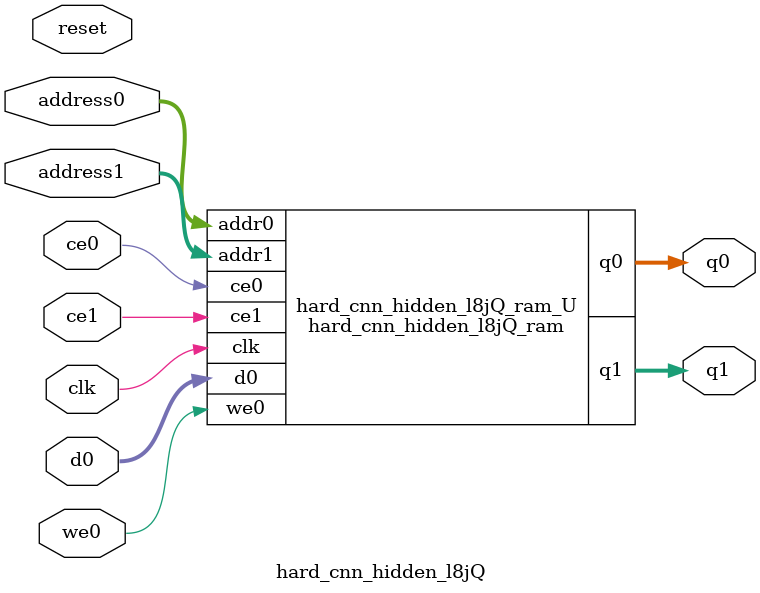
<source format=v>
`timescale 1 ns / 1 ps
module hard_cnn_hidden_l8jQ_ram (addr0, ce0, d0, we0, q0, addr1, ce1, q1,  clk);

parameter DWIDTH = 32;
parameter AWIDTH = 4;
parameter MEM_SIZE = 10;

input[AWIDTH-1:0] addr0;
input ce0;
input[DWIDTH-1:0] d0;
input we0;
output reg[DWIDTH-1:0] q0;
input[AWIDTH-1:0] addr1;
input ce1;
output reg[DWIDTH-1:0] q1;
input clk;

(* ram_style = "distributed" *)reg [DWIDTH-1:0] ram[0:MEM_SIZE-1];




always @(posedge clk)  
begin 
    if (ce0) begin
        if (we0) 
            ram[addr0] <= d0; 
        q0 <= ram[addr0];
    end
end


always @(posedge clk)  
begin 
    if (ce1) begin
        q1 <= ram[addr1];
    end
end


endmodule

`timescale 1 ns / 1 ps
module hard_cnn_hidden_l8jQ(
    reset,
    clk,
    address0,
    ce0,
    we0,
    d0,
    q0,
    address1,
    ce1,
    q1);

parameter DataWidth = 32'd32;
parameter AddressRange = 32'd10;
parameter AddressWidth = 32'd4;
input reset;
input clk;
input[AddressWidth - 1:0] address0;
input ce0;
input we0;
input[DataWidth - 1:0] d0;
output[DataWidth - 1:0] q0;
input[AddressWidth - 1:0] address1;
input ce1;
output[DataWidth - 1:0] q1;



hard_cnn_hidden_l8jQ_ram hard_cnn_hidden_l8jQ_ram_U(
    .clk( clk ),
    .addr0( address0 ),
    .ce0( ce0 ),
    .we0( we0 ),
    .d0( d0 ),
    .q0( q0 ),
    .addr1( address1 ),
    .ce1( ce1 ),
    .q1( q1 ));

endmodule


</source>
